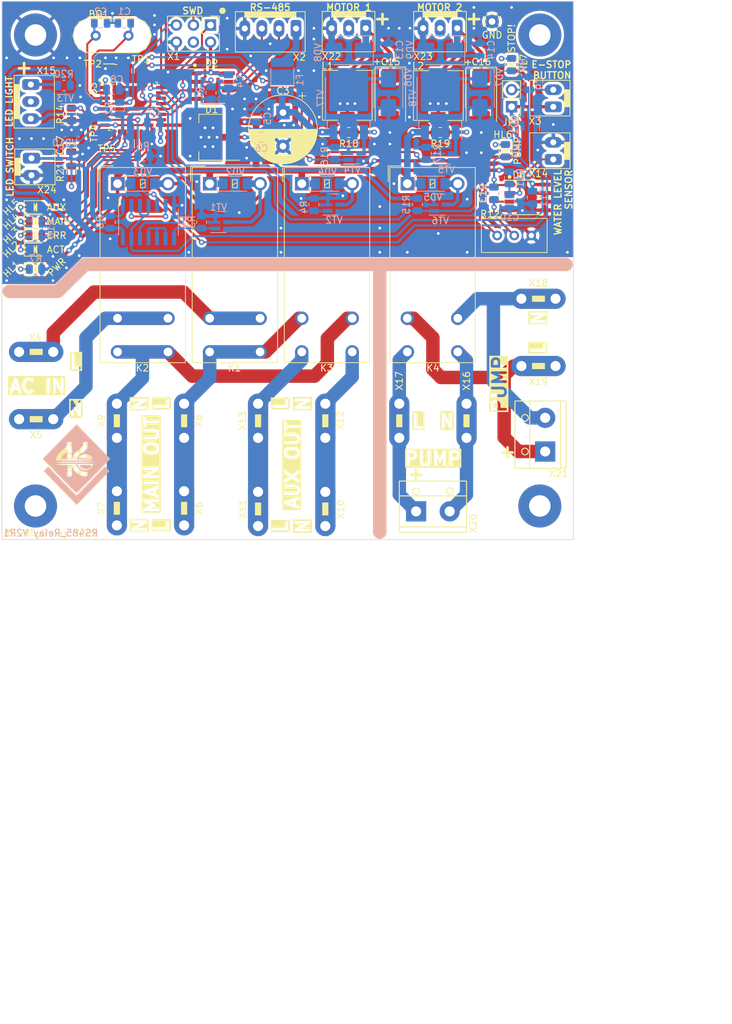
<source format=kicad_pcb>
(kicad_pcb (version 20221018) (generator pcbnew)

  (general
    (thickness 1.6)
  )

  (paper "A4")
  (layers
    (0 "F.Cu" signal)
    (31 "B.Cu" signal)
    (32 "B.Adhes" user "B.Adhesive")
    (33 "F.Adhes" user "F.Adhesive")
    (34 "B.Paste" user)
    (35 "F.Paste" user)
    (36 "B.SilkS" user "B.Silkscreen")
    (37 "F.SilkS" user "F.Silkscreen")
    (38 "B.Mask" user)
    (39 "F.Mask" user)
    (40 "Dwgs.User" user "User.Drawings")
    (41 "Cmts.User" user "User.Comments")
    (42 "Eco1.User" user "User.Eco1")
    (43 "Eco2.User" user "User.Eco2")
    (44 "Edge.Cuts" user)
    (45 "Margin" user)
    (46 "B.CrtYd" user "B.Courtyard")
    (47 "F.CrtYd" user "F.Courtyard")
    (48 "B.Fab" user)
    (49 "F.Fab" user)
    (50 "User.1" user)
    (51 "User.2" user)
    (52 "User.3" user)
    (53 "User.4" user)
    (54 "User.5" user)
    (55 "User.6" user)
    (56 "User.7" user)
    (57 "User.8" user)
    (58 "User.9" user)
  )

  (setup
    (pad_to_mask_clearance 0)
    (pcbplotparams
      (layerselection 0x00010fc_ffffffff)
      (plot_on_all_layers_selection 0x0000000_00000000)
      (disableapertmacros false)
      (usegerberextensions false)
      (usegerberattributes true)
      (usegerberadvancedattributes true)
      (creategerberjobfile true)
      (dashed_line_dash_ratio 12.000000)
      (dashed_line_gap_ratio 3.000000)
      (svgprecision 4)
      (plotframeref false)
      (viasonmask false)
      (mode 1)
      (useauxorigin false)
      (hpglpennumber 1)
      (hpglpenspeed 20)
      (hpglpendiameter 15.000000)
      (dxfpolygonmode true)
      (dxfimperialunits true)
      (dxfusepcbnewfont true)
      (psnegative false)
      (psa4output false)
      (plotreference true)
      (plotvalue true)
      (plotinvisibletext false)
      (sketchpadsonfab false)
      (subtractmaskfromsilk false)
      (outputformat 1)
      (mirror false)
      (drillshape 1)
      (scaleselection 1)
      (outputdirectory "")
    )
  )

  (net 0 "")
  (net 1 "Net-(D3-PF1)")
  (net 2 "Net-(D3-PF0)")
  (net 3 "GND")
  (net 4 "+12V")
  (net 5 "+3V3")
  (net 6 "E_STOP")
  (net 7 "Net-(D5A--)")
  (net 8 "Net-(D5A-+)")
  (net 9 "WATER")
  (net 10 "Net-(VD8-K)")
  (net 11 "Net-(VD9-K)")
  (net 12 "LIGHTS_SW")
  (net 13 "U1_RX")
  (net 14 "TXEN")
  (net 15 "U1_TX")
  (net 16 "Net-(D2-A)")
  (net 17 "Net-(D2-B)")
  (net 18 "RESET")
  (net 19 "Net-(D3-PA2)")
  (net 20 "Net-(D3-PA3)")
  (net 21 "LIGHTS")
  (net 22 "RL_EN")
  (net 23 "LED_AUX")
  (net 24 "LED_MAIN")
  (net 25 "LED_ERR")
  (net 26 "LED_ACT")
  (net 27 "unconnected-(D3-PA12-Pad22)")
  (net 28 "SWDIO")
  (net 29 "SWCLK")
  (net 30 "RL_AUX")
  (net 31 "RL_MAIN_uC")
  (net 32 "MOTOR1")
  (net 33 "MOTOR2")
  (net 34 "Net-(D3-PB6)")
  (net 35 "Net-(D3-PB7)")
  (net 36 "Net-(D4A-B)")
  (net 37 "LED_STOP")
  (net 38 "Net-(D4C-A)")
  (net 39 "RL_MAIN")
  (net 40 "Net-(X2-Pin_1)")
  (net 41 "unconnected-(H1-Pad1)")
  (net 42 "unconnected-(H2-Pad1)")
  (net 43 "unconnected-(H3-Pad1)")
  (net 44 "Net-(HL1-K)")
  (net 45 "Net-(HL2-K)")
  (net 46 "Net-(HL3-K)")
  (net 47 "Net-(HL4-K)")
  (net 48 "Net-(HL5-K)")
  (net 49 "Net-(HL6-K)")
  (net 50 "Net-(HL7-K)")
  (net 51 "/L_IN")
  (net 52 "/L_MAIN")
  (net 53 "Net-(VD2-A)")
  (net 54 "/N_IN")
  (net 55 "/N_MAIN")
  (net 56 "/L_AUX")
  (net 57 "/N_AUX")
  (net 58 "Net-(VD4-A)")
  (net 59 "Net-(X18-Pin_1)")
  (net 60 "Net-(X17-Pin_1)")
  (net 61 "Net-(X19-Pin_1)")
  (net 62 "Net-(X16-Pin_1)")
  (net 63 "Net-(VD5-A)")
  (net 64 "Net-(VD6-K)")
  (net 65 "Net-(VD7-K)")
  (net 66 "Net-(VT4-D)")
  (net 67 "Net-(VT5-D)")
  (net 68 "Net-(X15-Pin_1)")
  (net 69 "Net-(VT3-D)")
  (net 70 "unconnected-(X1-Pin_4-Pad4)")
  (net 71 "unconnected-(X15-Pin_2-Pad2)")
  (net 72 "unconnected-(X22-Pin_2-Pad2)")
  (net 73 "unconnected-(X23-Pin_2-Pad2)")

  (footprint "Package_SO:SOIC-8_3.9x4.9mm_P1.27mm" (layer "F.Cu") (at 71.2 42.599998))

  (footprint "Relay_THT:Relay_SPST_Omron_G2RL-1A-E" (layer "F.Cu") (at 57.2 57.1))

  (footprint "Ecohim:Connector_TAB_6.35mm" (layer "F.Cu") (at 57.1 92.34 90))

  (footprint "Capacitor_SMD:C_0805_2012Metric" (layer "F.Cu") (at 113.175 58.535 90))

  (footprint "LED_SMD:LED_0805_2012Metric" (layer "F.Cu") (at 45.000001 62.7))

  (footprint "Ecohim:TestPoint_Pad_D0.8mm_no_circle" (layer "F.Cu") (at 59.100001 39.6 180))

  (footprint "Ecohim:DS1070-3_WF-3_CONNFLY" (layer "F.Cu") (at 89.034999 34))

  (footprint "LED_SMD:LED_0805_2012Metric" (layer "F.Cu") (at 45 60.600001))

  (footprint "Resistor_SMD:R_0805_2012Metric" (layer "F.Cu") (at 50.3375 55.4 90))

  (footprint "Ecohim:Connector_TAB_6.35mm" (layer "F.Cu") (at 88.1 92.34 90))

  (footprint "LED_SMD:LED_0805_2012Metric" (layer "F.Cu") (at 45.000001 66.9))

  (footprint "Capacitor_SMD:C_0805_2012Metric" (layer "F.Cu") (at 50.3375 51.4 90))

  (footprint "Ecohim:Connector_TAB_6.35mm" (layer "F.Cu") (at 78.1 105.44 90))

  (footprint "Ecohim:TestPoint_Pad_D0.8mm_no_circle" (layer "F.Cu") (at 54.7 49.6 180))

  (footprint "Ecohim:Connector_TAB_6.35mm" (layer "F.Cu") (at 88.1 105.44 90))

  (footprint "Ecohim:Connector_TAB_6.35mm" (layer "F.Cu") (at 67.1 92.34 90))

  (footprint "Ecohim:Connector_TAB_6.35mm" (layer "F.Cu") (at 109.1 92.339999 -90))

  (footprint "Ecohim:TerminalBlock_KLS2-301-5.00-02P" (layer "F.Cu") (at 120.8 94.4 90))

  (footprint "Relay_THT:Relay_DPST_Omron_G2RL-2A" (layer "F.Cu") (at 100.3 57.1))

  (footprint "Ecohim:TestPoint_Pad_D0.8mm_no_circle" (layer "F.Cu") (at 57.8 39.6 180))

  (footprint "Connector_PinHeader_2.54mm:PinHeader_2x03_P2.54mm_Vertical" (layer "F.Cu") (at 71.025 33.525 -90))

  (footprint "MountingHole:MountingHole_3.2mm_M3_Pad" (layer "F.Cu") (at 45 105))

  (footprint "LED_SMD:LED_0805_2012Metric" (layer "F.Cu") (at 45 69.8))

  (footprint "Ecohim:Connector_TAB_6.35mm" (layer "F.Cu") (at 119.8 74.2))

  (footprint "Ecohim:Connector_TAB_6.35mm" (layer "F.Cu") (at 78.1 92.34 90))

  (footprint "Package_TO_SOT_SMD:SOT-223-3_TabPin2" (layer "F.Cu") (at 71.2 50.2 180))

  (footprint "Resistor_SMD:R_0805_2012Metric" (layer "F.Cu") (at 105.2 49.500001 180))

  (footprint "MountingHole:MountingHole_3.2mm_M3_Pad" (layer "F.Cu") (at 120 105))

  (footprint "Resistor_SMD:R_0805_2012Metric" (layer "F.Cu") (at 91.6 49.5 180))

  (footprint "MountingHole:MountingHole_3.2mm_M3_Pad" (layer "F.Cu") (at 45 35))

  (footprint "Ecohim:TestPoint_Pad_D0.8mm_no_circle" (layer "F.Cu") (at 55.5 50.6 180))

  (footprint "Ecohim:TerminalBlock_KLS2-301-5.00-02P" (layer "F.Cu") (at 104.1 105.8))

  (footprint "Ecohim:Connector_TAB_6.35mm" (layer "F.Cu") (at 57.1 105.34 90))

  (footprint "LED_SMD:LED_0805_2012Metric" (layer "F.Cu") (at 115.8 39.4 -90))

  (footprint "Ecohim:Ecohim-logo_10x12mm" (layer "F.Cu") (at 51.1 98.8))

  (footprint "LED_SMD:LED_0805_2012Metric" (layer "F.Cu") (at 45 64.8))

  (footprint "Potentiometer_THT:Potentiometer_Bourns_3296W_Vertical" (layer "F.Cu") (at 113.66 64.8 180))

  (footprint "Ecohim:DS1070-3_WF-3_CONNFLY" (layer "F.Cu") (at 102.635001 34))

  (footprint "TestPoint:TestPoint_THTPad_D2.0mm_Drill1.0mm" (layer "F.Cu") (at 112.9 33 180))

  (footprint "Ecohim:L_7.3x7.3_H4.5" (layer "F.Cu") (at 91.375 43.965 90))

  (footprint "Ecohim:Connector_TAB_6.35mm" (layer "F.Cu") (at 99.1 92.34 -90))

  (footprint "Relay_THT:Relay_DPST_Omron_G2RL-2A" (layer "F.Cu") (at 84.6 57.1))

  (footprint "Capacitor_Tantalum_SMD:CP_EIA-7343-31_Kemet-D" (layer "F.Cu") (at 111.3 44.2 -90))

  (footprint "Ecohim:DS1070-2_WF-2_CONNFLY" (layer "F.Cu") (at 122 50.95 -90))

  (footprint "Capacitor_Tantalum_SMD:CP_EIA-7343-31_Kemet-D" (layer "F.Cu") (at 97.775 44.165 -90))

  (footprint "MountingHole:MountingHole_3.2mm_M3_Pad" (layer "F.Cu") (at 120 35))

  (footprint "Ecohim:Connector_TAB_6.35mm" (layer "F.Cu") (at 67.1 105.34 90))

  (footprint "Package_SO:SOP-8_3.9x4.9mm_P1.27mm" (layer "F.Cu") (at 118.175 59.135))

  (footprint "Resistor_SMD:R_0805_2012Metric" (layer "F.Cu") (at 50.3375 46.8 -90))

  (footprint "Ecohim:Connector_TAB_6.35mm" (layer "F.Cu") (at 45.1 82.1 180))

  (footprint "Capacitor_THT:CP_Radial_D10.0mm_P5.00mm" (layer "F.Cu") (at 81.8 46.532323 -90))

  (footprint "Package_QFP:LQFP-32_7x7mm_P0.8mm" (layer "F.Cu")
    (tstamp de7e2bd7-065e-4266-9fc0-3c8f411f8fcc)
    (at 59.5 45.6)
    (descr "LQFP, 32 Pin (https://www.nxp.com/docs/en/package-information/SOT358-1.pdf), generated with kicad-footprint-generator ipc_gullwing_generator.py")
    (tags "LQFP QFP")
    (property "Sheetfile" "RS485_Relay_V2R1.kicad_sch")
    (property "Sheetname" "")
    (property "ki_description" "STMicroelectronics Arm Cortex-M0 MCU, 32KB flash, 4KB RAM, 48 MHz, 2.4-3.6V, 25 GPIO, LQFP32")
    (property "ki_keywords" "Arm Cortex-M0 STM32F0 STM32F0x0 Value Line")
    (path "/6be300bc-fb3f-4bef-bd25-4280da5c36f4")
    (attr smd)
    (fp_text reference "D3" (at -5.9 -2.6 90) (layer "F.SilkS")
        (effects (font (size 1 1) (thickness 0.15)))
      (tstamp 01e375df-502e-4e1f-a4c0-9e0eb98121ff)
    )
    (fp_text value "STM32F030K6Tx" (at 0 5.88) (layer "F.Fab")
        (effects (font (size 1 1) (thickness 0.15)))
      (tstamp 6c2c3244-d8d5-4e7b-9e82-e9ade2a8da34)
    )
    (fp_text user "${REFERENCE}" (at 0 0) (layer "F.Fab")
        (effects (font (size 1 1) (thickness 0.15)))
      (tstamp 6d4d6e3d-eda4-44c9-99d6-e7c5ea45165e)
    )
    (fp_line (start -3.61 -3.61) (end -3.61 -3.31)
      (stroke (width 0.12) (type solid)) (layer "F.SilkS") (tstamp f8a9779c-1b31-4438-9d66-76075356cd8e))
    (fp_line (start -3.61 -3.31) (end -4.925 -3.31)
      (stroke (width 0.12) (type solid)) (layer "F.SilkS") (tstamp 7c395a54-34e7-4b84-8d6d-ced68cd952e3))
    (fp_line (start -3.61 3.61) (end -3.61 3.31)
      (stroke (width 0.12) (type solid)) (layer "F.SilkS") (tstamp 9f13a24d-a1a8-40d9-b4d0-0e781734b69d))
    (fp_line (start -3.31 -3.61) (end -3.61 -3.61)
      (stroke (width 0.12) (type solid)) (layer "F.SilkS") (tstamp 44e6bc17-3302-43c0-b576-b9dfff6e1750))
    (fp_line (start -3.31 3.61) (end -3.61 3.61)
      (stroke (width 0.12) (type solid)) (layer "F.SilkS") (tstamp 691996c6-214d-4ec0-821d-d1952b74af16))
    (fp_line (start 3.31 -3.61) (end 3.61 -3.61)
      (stroke (width 0.12) (type solid)) (layer "F.SilkS") (tstamp 4c34647a-cc50-4f69-a4b7-821bf2215c2a))
    (fp_line (start 3.31 3.61) (end 3.61 3.61)
      (stroke (width 0.12) (type solid)) (layer "F.SilkS") (tstamp 41a2196d-b5ed-48b5-af6f-afe153faf823))
    (fp_line (start 3.61 -3.61) (end 3.61 -3.31)
      (stroke (width 0.12) (type solid)) (layer "F.SilkS") (tstamp c0420f4b-d62a-4a9d-a8cb-ad81ffcadb9b))
    (fp_line (start 3.61 3.61) (end 3.61 3.31)
      (stroke (width 0.12) (type solid)) (layer "F.SilkS") (tstamp 40370836-6d64-4480-b1eb-fee5b3a48830))
    (fp_line (start -5.18 -3.3) (end -5.18 0)
      (stroke (width 0.05) (type solid)) (layer "F.CrtYd") (tstamp c575a179-a228-4b54-bcf5-6d384648b12b))
    (fp_line (start -5.18 3.3) (end -5.18 0)
      (stroke (width 0.05) (type solid)) (layer "F.CrtYd") (tstamp 78ba7158-b414-4918-b143-3c7b6875c929))
    (fp_line (start -3.75 -3.75) (end -3.75 -3.3)
      (stroke (width 0.05) (type solid)) (layer "F.CrtYd") (tstamp 289b5708-c9e3-4759-a2a7-7ae8f785c6d8))
    (fp_line (start -3.75 -3.3) (end -5.18 -3.3)
      (stroke (width 0.05) (type solid)) (layer "F.CrtYd") (tstamp 342e10dd-5c52-4000-80c3-ba1caca16b87))
    (fp_line (start -3.75 3.3) (end -5.18 3.3)
      (stroke (width 0.05) (type solid)) (layer "F.CrtYd") (tstamp ba9317f6-f5d4-4593-afbb-b171a69d7597))
    (fp_line (start -3.75 3.75) (end -3.75 3.3)
      (stroke (width 0.05) (type solid)) (layer "F.CrtYd") (tstamp db859035-84d8-4a49-84a0-0f129d5c92ed))
    (fp_line (start -3.3 -5.18) (end -3.3 -3.75)
      (stroke (width 0.05) (type solid)) (layer "F.CrtYd") (tstamp a44f238b-2aa9-472b-86c0-0cbdcecc02c8))
    (fp_line (start -3.3 -3.75) (end -3.75 -3.75)
      (stroke (width 0.05) (type solid)) (layer "F.CrtYd") (tstamp 35971a38-a722-49cf-8498-01ed38684344))
    (fp_line (start -3.3 3.75) (end -3.75 3.75)
      (stroke (width 0.05) (type solid)) (layer "F.CrtYd") (tstamp d5f11ad5-6f1d-40b3-a394-43e7f17a2c29))
    (fp_line (start -3.3 5.18) (end -3.3 3.75)
      (stroke (width 0.05) (type solid)) (layer "F.CrtYd") (tstamp dc1036ad-8902-4a68-923c-71366921eae3))
    (fp_line (start 0 -5.18) (end -3.3 -5.18)
      (stroke (width 0.05) (type solid)) (layer "F.CrtYd") (tstamp 1d10d9a8-3c54-4c97-b8ab-4bd2bd1b8842))
    (fp_line (start 0 -5.18) (end 3.3 -5.18)
      (stroke (width 0.05) (type solid)) (layer "F.CrtYd") (tstamp 2d2be14e-a563-4057-8196-303e5b398f4b))
    (fp_line (start 0 5.18) (end -3.3 5.18)
      (stroke (width 0.05) (type solid)) (layer "F.CrtYd") (tstamp 7fb7591b-c6a6-4ba5-8cc8-8da8d1fa00c9))
    (fp_line (start 0 5.18) (end 3.3 5.18)
      (stroke (width 0.05) (type solid)) (layer "F.CrtYd") (tstamp 2c67ab09-bae5-4d2c-b452-0e91b67df6db))
    (fp_line (start 3.3 -5.18) (end 3.3 -3.75)
      (stroke (width 0.05) (type solid)) (layer "F.CrtYd") (tstamp d13ce07a-c6f9-4eb0-9e22-77fdfed31d3d))
    (fp_line (start 3.3 -3.75) (end 3.75 -3.75)
      (stroke (width 0.05) (type solid)) (layer "F.CrtYd") (tstamp 474a4d9e-a94b-4a80-9e85-0895fef254e5))
    (fp_line (start 3.3 3.75) (end 3.75 3.75)
      (stroke (width 0.05) (type solid)) (layer "F.CrtYd") (tstamp 54c56e7e-bf6b-4b9f-b6ba-75df2aa2e7bb))
    (fp_line (start 3.3 5.18) (end 3.3 3.75)
      (stroke (width 0.05) (type solid)) (layer "F.CrtYd") (tstamp c045301d-eaf2-4e48-ac3c-984428e0c80a))
    (fp_line (start 3.75 -3.75) (end 3.75 -3.3)
      (stroke (width 0.05) (type solid)) (layer "F.CrtYd") (tstamp b8b4d285-6ff8-4025-95b8-ea42a74710e4))
    (fp_line (start 3.75 -3.3) (end 5.18 -3.3)
      (stroke (width 0.05) (type solid)) (layer "F.CrtYd") (tstamp 60903b93-6f40-4cbb-9182-ecdbf26cfc50))
    (fp_line (start 3.75 3.3) (end 5.18 3.3)
      (stroke (width 0.05) (type solid)) (layer "F.CrtYd") (tstamp e6d24645-4987-45d0-aab3-7b519a79335d))
    (fp_line (start 3.75 3.75) (end 3.75 3.3)
 
... [938673 chars truncated]
</source>
